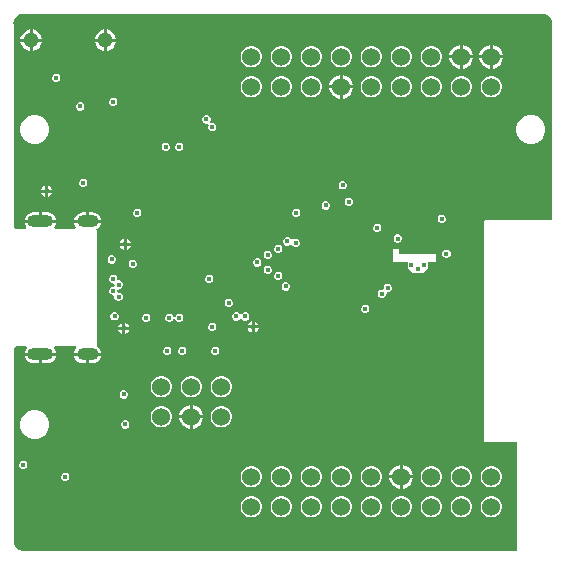
<source format=gbr>
%TF.GenerationSoftware,Altium Limited,Altium Designer Develop,26.0.0 (27)*%
G04 Layer_Physical_Order=3*
G04 Layer_Color=16440176*
%FSLAX45Y45*%
%MOMM*%
%TF.SameCoordinates,D5E2BA32-6F81-40A5-AA13-F30F529DFF44*%
%TF.FilePolarity,Positive*%
%TF.FileFunction,Copper,L3,Inr,Signal*%
%TF.Part,Single*%
G01*
G75*
%TA.AperFunction,ComponentPad*%
%ADD54C,0.45000*%
%ADD55C,1.30000*%
G04:AMPARAMS|DCode=56|XSize=1mm|YSize=1.8mm|CornerRadius=0.5mm|HoleSize=0mm|Usage=FLASHONLY|Rotation=270.000|XOffset=0mm|YOffset=0mm|HoleType=Round|Shape=RoundedRectangle|*
%AMROUNDEDRECTD56*
21,1,1.00000,0.80000,0,0,270.0*
21,1,0.00000,1.80000,0,0,270.0*
1,1,1.00000,-0.40000,0.00000*
1,1,1.00000,-0.40000,0.00000*
1,1,1.00000,0.40000,0.00000*
1,1,1.00000,0.40000,0.00000*
%
%ADD56ROUNDEDRECTD56*%
G04:AMPARAMS|DCode=57|XSize=1mm|YSize=2.2mm|CornerRadius=0.5mm|HoleSize=0mm|Usage=FLASHONLY|Rotation=270.000|XOffset=0mm|YOffset=0mm|HoleType=Round|Shape=RoundedRectangle|*
%AMROUNDEDRECTD57*
21,1,1.00000,1.20000,0,0,270.0*
21,1,0.00000,2.20000,0,0,270.0*
1,1,1.00000,-0.60000,0.00000*
1,1,1.00000,-0.60000,0.00000*
1,1,1.00000,0.60000,0.00000*
1,1,1.00000,0.60000,0.00000*
%
%ADD57ROUNDEDRECTD57*%
%TA.AperFunction,ViaPad*%
%ADD58C,0.45000*%
%ADD59C,0.50000*%
%TA.AperFunction,ComponentPad*%
%ADD60C,1.52400*%
G36*
X4500000Y4480897D02*
X4507968D01*
X4523596Y4477788D01*
X4538319Y4471690D01*
X4551568Y4462837D01*
X4562837Y4451568D01*
X4571690Y4438320D01*
X4577788Y4423595D01*
X4580897Y4407968D01*
X4580897Y4400000D01*
X4580895Y2731546D01*
X4013200D01*
X4003480Y2727520D01*
X3999454Y2717800D01*
Y1755156D01*
X3999136Y1754388D01*
Y865388D01*
X4003162Y855668D01*
X4012882Y851642D01*
X4278854D01*
Y-65298D01*
X100000Y-65297D01*
X92108D01*
X76622Y-62247D01*
X62018Y-56260D01*
X48844Y-47564D01*
X37601Y-36487D01*
X28711Y-23444D01*
X22509Y-8931D01*
X19229Y6509D01*
X19114Y14247D01*
X19103Y1615079D01*
X19102Y1621739D01*
X21701Y1634801D01*
X26799Y1647109D01*
X34198Y1658183D01*
X38668Y1662654D01*
X124944D01*
X130337Y1647414D01*
X121138Y1635425D01*
X113541Y1617084D01*
X112621Y1610100D01*
X247000D01*
X381379D01*
X380459Y1617084D01*
X372862Y1635425D01*
X363663Y1647414D01*
X369056Y1662654D01*
X544944D01*
X550337Y1647414D01*
X541138Y1635425D01*
X533541Y1617084D01*
X532621Y1610100D01*
X647000D01*
X761379D01*
X760459Y1617084D01*
X752862Y1635425D01*
X740776Y1651176D01*
X725025Y1663262D01*
X724683Y1663404D01*
X720315Y1666680D01*
X724341Y1676400D01*
Y2644293D01*
X720466Y2653650D01*
X725025Y2655538D01*
X740776Y2667624D01*
X752862Y2683375D01*
X760459Y2701716D01*
X761378Y2708700D01*
X647000D01*
X532621D01*
X533541Y2701716D01*
X541138Y2683375D01*
X548884Y2673280D01*
X541664Y2658040D01*
X372336D01*
X365116Y2673280D01*
X372862Y2683375D01*
X380459Y2701716D01*
X381379Y2708699D01*
X247000D01*
X112621D01*
X113541Y2701716D01*
X121138Y2683375D01*
X128884Y2673280D01*
X121664Y2658040D01*
X35975D01*
X34426Y2659589D01*
X27283Y2670063D01*
X22212Y2681683D01*
X19376Y2694094D01*
X19103Y2700441D01*
X19102Y4389966D01*
X19007Y4390446D01*
X19079Y4390931D01*
X18679Y4399391D01*
X21194Y4416144D01*
X26928Y4432086D01*
X35661Y4446601D01*
X47059Y4459136D01*
X60682Y4469205D01*
X76007Y4476425D01*
X92447Y4480516D01*
X100482Y4480897D01*
X4500000Y4480897D01*
D02*
G37*
%LPC*%
G36*
X180301Y4346586D02*
Y4269100D01*
X257786D01*
X251839Y4291293D01*
X239938Y4311907D01*
X223107Y4328738D01*
X202493Y4340639D01*
X180301Y4346586D01*
D02*
G37*
G36*
X810299Y4346586D02*
Y4269100D01*
X887786D01*
X881839Y4291293D01*
X869938Y4311907D01*
X853107Y4328738D01*
X832493Y4340639D01*
X810299Y4346586D01*
D02*
G37*
G36*
X784899Y4346586D02*
X762707Y4340639D01*
X742093Y4328738D01*
X725262Y4311907D01*
X713361Y4291293D01*
X707414Y4269100D01*
X784899D01*
Y4346586D01*
D02*
G37*
G36*
X154901Y4346586D02*
X132707Y4340639D01*
X112093Y4328738D01*
X95262Y4311907D01*
X83361Y4291293D01*
X77414Y4269100D01*
X154901D01*
Y4346586D01*
D02*
G37*
G36*
X257786Y4243700D02*
X180301D01*
Y4166214D01*
X202493Y4172161D01*
X223107Y4184062D01*
X239938Y4200893D01*
X251839Y4221507D01*
X257786Y4243700D01*
D02*
G37*
G36*
X784899D02*
X707414D01*
X713361Y4221507D01*
X725262Y4200893D01*
X742093Y4184062D01*
X762707Y4172161D01*
X784899Y4166214D01*
Y4243700D01*
D02*
G37*
G36*
X887786D02*
X810299D01*
Y4166214D01*
X832493Y4172161D01*
X853107Y4184062D01*
X869938Y4200893D01*
X881839Y4221507D01*
X887786Y4243700D01*
D02*
G37*
G36*
X154901D02*
X77414D01*
X83361Y4221507D01*
X95262Y4200893D01*
X112093Y4184062D01*
X132707Y4172161D01*
X154901Y4166214D01*
Y4243700D01*
D02*
G37*
G36*
X4077376Y4216400D02*
X4076700D01*
Y4127500D01*
X4165600D01*
Y4128176D01*
X4158676Y4154016D01*
X4145300Y4177184D01*
X4126384Y4196100D01*
X4103216Y4209476D01*
X4077376Y4216400D01*
D02*
G37*
G36*
X3823376D02*
X3822700D01*
Y4127500D01*
X3911600D01*
Y4128176D01*
X3904676Y4154016D01*
X3891300Y4177184D01*
X3872384Y4196100D01*
X3849216Y4209476D01*
X3823376Y4216400D01*
D02*
G37*
G36*
X3797300D02*
X3796624D01*
X3770784Y4209476D01*
X3747616Y4196100D01*
X3728700Y4177184D01*
X3715324Y4154016D01*
X3708400Y4128176D01*
Y4127500D01*
X3797300D01*
Y4216400D01*
D02*
G37*
G36*
X4051300D02*
X4050624D01*
X4024784Y4209476D01*
X4001616Y4196100D01*
X3982700Y4177184D01*
X3969324Y4154016D01*
X3962400Y4128176D01*
Y4127500D01*
X4051300D01*
Y4216400D01*
D02*
G37*
G36*
X3567704Y4203700D02*
X3544296D01*
X3521686Y4197642D01*
X3501414Y4185938D01*
X3484862Y4169386D01*
X3473158Y4149114D01*
X3467100Y4126504D01*
Y4103096D01*
X3473158Y4080486D01*
X3484862Y4060214D01*
X3501414Y4043662D01*
X3521686Y4031958D01*
X3544296Y4025900D01*
X3567704D01*
X3590314Y4031958D01*
X3610586Y4043662D01*
X3627138Y4060214D01*
X3638842Y4080486D01*
X3644900Y4103096D01*
Y4126504D01*
X3638842Y4149114D01*
X3627138Y4169386D01*
X3610586Y4185938D01*
X3590314Y4197642D01*
X3567704Y4203700D01*
D02*
G37*
G36*
X3313704D02*
X3290296D01*
X3267686Y4197642D01*
X3247414Y4185938D01*
X3230862Y4169386D01*
X3219158Y4149114D01*
X3213100Y4126504D01*
Y4103096D01*
X3219158Y4080486D01*
X3230862Y4060214D01*
X3247414Y4043662D01*
X3267686Y4031958D01*
X3290296Y4025900D01*
X3313704D01*
X3336314Y4031958D01*
X3356586Y4043662D01*
X3373138Y4060214D01*
X3384842Y4080486D01*
X3390900Y4103096D01*
Y4126504D01*
X3384842Y4149114D01*
X3373138Y4169386D01*
X3356586Y4185938D01*
X3336314Y4197642D01*
X3313704Y4203700D01*
D02*
G37*
G36*
X3059704D02*
X3036296D01*
X3013686Y4197642D01*
X2993414Y4185938D01*
X2976862Y4169386D01*
X2965158Y4149114D01*
X2959100Y4126504D01*
Y4103096D01*
X2965158Y4080486D01*
X2976862Y4060214D01*
X2993414Y4043662D01*
X3013686Y4031958D01*
X3036296Y4025900D01*
X3059704D01*
X3082314Y4031958D01*
X3102586Y4043662D01*
X3119138Y4060214D01*
X3130842Y4080486D01*
X3136900Y4103096D01*
Y4126504D01*
X3130842Y4149114D01*
X3119138Y4169386D01*
X3102586Y4185938D01*
X3082314Y4197642D01*
X3059704Y4203700D01*
D02*
G37*
G36*
X2805704D02*
X2782296D01*
X2759686Y4197642D01*
X2739414Y4185938D01*
X2722862Y4169386D01*
X2711158Y4149114D01*
X2705100Y4126504D01*
Y4103096D01*
X2711158Y4080486D01*
X2722862Y4060214D01*
X2739414Y4043662D01*
X2759686Y4031958D01*
X2782296Y4025900D01*
X2805704D01*
X2828314Y4031958D01*
X2848586Y4043662D01*
X2865138Y4060214D01*
X2876842Y4080486D01*
X2882900Y4103096D01*
Y4126504D01*
X2876842Y4149114D01*
X2865138Y4169386D01*
X2848586Y4185938D01*
X2828314Y4197642D01*
X2805704Y4203700D01*
D02*
G37*
G36*
X2551704D02*
X2528296D01*
X2505686Y4197642D01*
X2485414Y4185938D01*
X2468862Y4169386D01*
X2457158Y4149114D01*
X2451100Y4126504D01*
Y4103096D01*
X2457158Y4080486D01*
X2468862Y4060214D01*
X2485414Y4043662D01*
X2505686Y4031958D01*
X2528296Y4025900D01*
X2551704D01*
X2574314Y4031958D01*
X2594586Y4043662D01*
X2611138Y4060214D01*
X2622842Y4080486D01*
X2628900Y4103096D01*
Y4126504D01*
X2622842Y4149114D01*
X2611138Y4169386D01*
X2594586Y4185938D01*
X2574314Y4197642D01*
X2551704Y4203700D01*
D02*
G37*
G36*
X2297704D02*
X2274296D01*
X2251686Y4197642D01*
X2231414Y4185938D01*
X2214862Y4169386D01*
X2203158Y4149114D01*
X2197100Y4126504D01*
Y4103096D01*
X2203158Y4080486D01*
X2214862Y4060214D01*
X2231414Y4043662D01*
X2251686Y4031958D01*
X2274296Y4025900D01*
X2297704D01*
X2320314Y4031958D01*
X2340586Y4043662D01*
X2357138Y4060214D01*
X2368842Y4080486D01*
X2374900Y4103096D01*
Y4126504D01*
X2368842Y4149114D01*
X2357138Y4169386D01*
X2340586Y4185938D01*
X2320314Y4197642D01*
X2297704Y4203700D01*
D02*
G37*
G36*
X2043704D02*
X2020296D01*
X1997686Y4197642D01*
X1977414Y4185938D01*
X1960862Y4169386D01*
X1949158Y4149114D01*
X1943100Y4126504D01*
Y4103096D01*
X1949158Y4080486D01*
X1960862Y4060214D01*
X1977414Y4043662D01*
X1997686Y4031958D01*
X2020296Y4025900D01*
X2043704D01*
X2066314Y4031958D01*
X2086586Y4043662D01*
X2103138Y4060214D01*
X2114842Y4080486D01*
X2120900Y4103096D01*
Y4126504D01*
X2114842Y4149114D01*
X2103138Y4169386D01*
X2086586Y4185938D01*
X2066314Y4197642D01*
X2043704Y4203700D01*
D02*
G37*
G36*
X4165600Y4102100D02*
X4076700D01*
Y4013200D01*
X4077376D01*
X4103216Y4020124D01*
X4126384Y4033500D01*
X4145300Y4052416D01*
X4158676Y4075584D01*
X4165600Y4101424D01*
Y4102100D01*
D02*
G37*
G36*
X4051300D02*
X3962400D01*
Y4101424D01*
X3969324Y4075584D01*
X3982700Y4052416D01*
X4001616Y4033500D01*
X4024784Y4020124D01*
X4050624Y4013200D01*
X4051300D01*
Y4102100D01*
D02*
G37*
G36*
X3911600D02*
X3822700D01*
Y4013200D01*
X3823376D01*
X3849216Y4020124D01*
X3872384Y4033500D01*
X3891300Y4052416D01*
X3904676Y4075584D01*
X3911600Y4101424D01*
Y4102100D01*
D02*
G37*
G36*
X3797300D02*
X3708400D01*
Y4101424D01*
X3715324Y4075584D01*
X3728700Y4052416D01*
X3747616Y4033500D01*
X3770784Y4020124D01*
X3796624Y4013200D01*
X3797300D01*
Y4102100D01*
D02*
G37*
G36*
X388002Y3972200D02*
X373998D01*
X361061Y3966841D01*
X351159Y3956939D01*
X345800Y3944002D01*
Y3929998D01*
X351159Y3917061D01*
X361061Y3907159D01*
X373998Y3901800D01*
X388002D01*
X400939Y3907159D01*
X410841Y3917061D01*
X416200Y3929998D01*
Y3944002D01*
X410841Y3956939D01*
X400939Y3966841D01*
X388002Y3972200D01*
D02*
G37*
G36*
X2807376Y3962400D02*
X2806700D01*
Y3873500D01*
X2895600D01*
Y3874176D01*
X2888676Y3900016D01*
X2875300Y3923184D01*
X2856384Y3942100D01*
X2833216Y3955476D01*
X2807376Y3962400D01*
D02*
G37*
G36*
X2781300D02*
X2780624D01*
X2754784Y3955476D01*
X2731616Y3942100D01*
X2712700Y3923184D01*
X2699324Y3900016D01*
X2692400Y3874176D01*
Y3873500D01*
X2781300D01*
Y3962400D01*
D02*
G37*
G36*
X4075704Y3949700D02*
X4052296D01*
X4029686Y3943642D01*
X4009414Y3931938D01*
X3992862Y3915386D01*
X3981158Y3895114D01*
X3975100Y3872504D01*
Y3849096D01*
X3981158Y3826486D01*
X3992862Y3806214D01*
X4009414Y3789662D01*
X4029686Y3777958D01*
X4052296Y3771900D01*
X4075704D01*
X4098314Y3777958D01*
X4118586Y3789662D01*
X4135138Y3806214D01*
X4146842Y3826486D01*
X4152900Y3849096D01*
Y3872504D01*
X4146842Y3895114D01*
X4135138Y3915386D01*
X4118586Y3931938D01*
X4098314Y3943642D01*
X4075704Y3949700D01*
D02*
G37*
G36*
X3821704D02*
X3798296D01*
X3775686Y3943642D01*
X3755414Y3931938D01*
X3738862Y3915386D01*
X3727158Y3895114D01*
X3721100Y3872504D01*
Y3849096D01*
X3727158Y3826486D01*
X3738862Y3806214D01*
X3755414Y3789662D01*
X3775686Y3777958D01*
X3798296Y3771900D01*
X3821704D01*
X3844314Y3777958D01*
X3864586Y3789662D01*
X3881138Y3806214D01*
X3892842Y3826486D01*
X3898900Y3849096D01*
Y3872504D01*
X3892842Y3895114D01*
X3881138Y3915386D01*
X3864586Y3931938D01*
X3844314Y3943642D01*
X3821704Y3949700D01*
D02*
G37*
G36*
X3567704D02*
X3544296D01*
X3521686Y3943642D01*
X3501414Y3931938D01*
X3484862Y3915386D01*
X3473158Y3895114D01*
X3467100Y3872504D01*
Y3849096D01*
X3473158Y3826486D01*
X3484862Y3806214D01*
X3501414Y3789662D01*
X3521686Y3777958D01*
X3544296Y3771900D01*
X3567704D01*
X3590314Y3777958D01*
X3610586Y3789662D01*
X3627138Y3806214D01*
X3638842Y3826486D01*
X3644900Y3849096D01*
Y3872504D01*
X3638842Y3895114D01*
X3627138Y3915386D01*
X3610586Y3931938D01*
X3590314Y3943642D01*
X3567704Y3949700D01*
D02*
G37*
G36*
X3313704D02*
X3290296D01*
X3267686Y3943642D01*
X3247414Y3931938D01*
X3230862Y3915386D01*
X3219158Y3895114D01*
X3213100Y3872504D01*
Y3849096D01*
X3219158Y3826486D01*
X3230862Y3806214D01*
X3247414Y3789662D01*
X3267686Y3777958D01*
X3290296Y3771900D01*
X3313704D01*
X3336314Y3777958D01*
X3356586Y3789662D01*
X3373138Y3806214D01*
X3384842Y3826486D01*
X3390900Y3849096D01*
Y3872504D01*
X3384842Y3895114D01*
X3373138Y3915386D01*
X3356586Y3931938D01*
X3336314Y3943642D01*
X3313704Y3949700D01*
D02*
G37*
G36*
X3059704D02*
X3036296D01*
X3013686Y3943642D01*
X2993414Y3931938D01*
X2976862Y3915386D01*
X2965158Y3895114D01*
X2959100Y3872504D01*
Y3849096D01*
X2965158Y3826486D01*
X2976862Y3806214D01*
X2993414Y3789662D01*
X3013686Y3777958D01*
X3036296Y3771900D01*
X3059704D01*
X3082314Y3777958D01*
X3102586Y3789662D01*
X3119138Y3806214D01*
X3130842Y3826486D01*
X3136900Y3849096D01*
Y3872504D01*
X3130842Y3895114D01*
X3119138Y3915386D01*
X3102586Y3931938D01*
X3082314Y3943642D01*
X3059704Y3949700D01*
D02*
G37*
G36*
X2551704D02*
X2528296D01*
X2505686Y3943642D01*
X2485414Y3931938D01*
X2468862Y3915386D01*
X2457158Y3895114D01*
X2451100Y3872504D01*
Y3849096D01*
X2457158Y3826486D01*
X2468862Y3806214D01*
X2485414Y3789662D01*
X2505686Y3777958D01*
X2528296Y3771900D01*
X2551704D01*
X2574314Y3777958D01*
X2594586Y3789662D01*
X2611138Y3806214D01*
X2622842Y3826486D01*
X2628900Y3849096D01*
Y3872504D01*
X2622842Y3895114D01*
X2611138Y3915386D01*
X2594586Y3931938D01*
X2574314Y3943642D01*
X2551704Y3949700D01*
D02*
G37*
G36*
X2297704D02*
X2274296D01*
X2251686Y3943642D01*
X2231414Y3931938D01*
X2214862Y3915386D01*
X2203158Y3895114D01*
X2197100Y3872504D01*
Y3849096D01*
X2203158Y3826486D01*
X2214862Y3806214D01*
X2231414Y3789662D01*
X2251686Y3777958D01*
X2274296Y3771900D01*
X2297704D01*
X2320314Y3777958D01*
X2340586Y3789662D01*
X2357138Y3806214D01*
X2368842Y3826486D01*
X2374900Y3849096D01*
Y3872504D01*
X2368842Y3895114D01*
X2357138Y3915386D01*
X2340586Y3931938D01*
X2320314Y3943642D01*
X2297704Y3949700D01*
D02*
G37*
G36*
X2043704D02*
X2020296D01*
X1997686Y3943642D01*
X1977414Y3931938D01*
X1960862Y3915386D01*
X1949158Y3895114D01*
X1943100Y3872504D01*
Y3849096D01*
X1949158Y3826486D01*
X1960862Y3806214D01*
X1977414Y3789662D01*
X1997686Y3777958D01*
X2020296Y3771900D01*
X2043704D01*
X2066314Y3777958D01*
X2086586Y3789662D01*
X2103138Y3806214D01*
X2114842Y3826486D01*
X2120900Y3849096D01*
Y3872504D01*
X2114842Y3895114D01*
X2103138Y3915386D01*
X2086586Y3931938D01*
X2066314Y3943642D01*
X2043704Y3949700D01*
D02*
G37*
G36*
X2895600Y3848100D02*
X2806700D01*
Y3759200D01*
X2807376D01*
X2833216Y3766124D01*
X2856384Y3779500D01*
X2875300Y3798416D01*
X2888676Y3821584D01*
X2895600Y3847424D01*
Y3848100D01*
D02*
G37*
G36*
X2781300D02*
X2692400D01*
Y3847424D01*
X2699324Y3821584D01*
X2712700Y3798416D01*
X2731616Y3779500D01*
X2754784Y3766124D01*
X2780624Y3759200D01*
X2781300D01*
Y3848100D01*
D02*
G37*
G36*
X870602Y3769000D02*
X856598D01*
X843661Y3763641D01*
X833759Y3753739D01*
X828400Y3740802D01*
Y3726798D01*
X833759Y3713861D01*
X843661Y3703959D01*
X856598Y3698600D01*
X870602D01*
X883539Y3703959D01*
X893441Y3713861D01*
X898800Y3726798D01*
Y3740802D01*
X893441Y3753739D01*
X883539Y3763641D01*
X870602Y3769000D01*
D02*
G37*
G36*
X591202Y3730900D02*
X577198D01*
X564261Y3725541D01*
X554359Y3715639D01*
X549000Y3702702D01*
Y3688698D01*
X554359Y3675761D01*
X564261Y3665859D01*
X577198Y3660500D01*
X591202D01*
X604139Y3665859D01*
X614041Y3675761D01*
X619400Y3688698D01*
Y3702702D01*
X614041Y3715639D01*
X604139Y3725541D01*
X591202Y3730900D01*
D02*
G37*
G36*
X1658802Y3620429D02*
X1644798D01*
X1631861Y3615070D01*
X1621959Y3605168D01*
X1616600Y3592231D01*
Y3578228D01*
X1621959Y3565290D01*
X1631861Y3555388D01*
X1644798Y3550029D01*
X1658802D01*
X1660278Y3550641D01*
X1667882Y3542928D01*
X1670372Y3538326D01*
X1665619Y3526850D01*
Y3512847D01*
X1670978Y3499910D01*
X1680880Y3490008D01*
X1693817Y3484649D01*
X1707820D01*
X1720758Y3490008D01*
X1730659Y3499910D01*
X1736018Y3512847D01*
Y3526850D01*
X1730659Y3539788D01*
X1720758Y3549690D01*
X1707820Y3555049D01*
X1693817D01*
X1692340Y3554437D01*
X1684737Y3562150D01*
X1682246Y3566752D01*
X1687000Y3578228D01*
Y3592231D01*
X1681641Y3605168D01*
X1671739Y3615070D01*
X1658802Y3620429D01*
D02*
G37*
G36*
X4416154Y3622700D02*
X4383846D01*
X4352640Y3614338D01*
X4324661Y3598185D01*
X4301816Y3575340D01*
X4285662Y3547360D01*
X4277300Y3516154D01*
Y3483846D01*
X4285662Y3452640D01*
X4301816Y3424661D01*
X4324661Y3401816D01*
X4352640Y3385662D01*
X4383846Y3377300D01*
X4416154D01*
X4447360Y3385662D01*
X4475340Y3401816D01*
X4498185Y3424661D01*
X4514338Y3452640D01*
X4522700Y3483846D01*
Y3516154D01*
X4514338Y3547360D01*
X4498185Y3575340D01*
X4475340Y3598185D01*
X4447360Y3614338D01*
X4416154Y3622700D01*
D02*
G37*
G36*
X216154D02*
X183846D01*
X152640Y3614338D01*
X124661Y3598185D01*
X101816Y3575340D01*
X85662Y3547360D01*
X77300Y3516154D01*
Y3483846D01*
X85662Y3452640D01*
X101816Y3424661D01*
X124661Y3401816D01*
X152640Y3385662D01*
X183846Y3377300D01*
X216154D01*
X247360Y3385662D01*
X275340Y3401816D01*
X298185Y3424661D01*
X314338Y3452640D01*
X322700Y3483846D01*
Y3516154D01*
X314338Y3547360D01*
X298185Y3575340D01*
X275340Y3598185D01*
X247360Y3614338D01*
X216154Y3622700D01*
D02*
G37*
G36*
X1429402Y3388000D02*
X1415398D01*
X1402461Y3382641D01*
X1392559Y3372739D01*
X1387200Y3359802D01*
Y3345798D01*
X1392559Y3332861D01*
X1402461Y3322959D01*
X1415398Y3317600D01*
X1429402D01*
X1442339Y3322959D01*
X1452241Y3332861D01*
X1457600Y3345798D01*
Y3359802D01*
X1452241Y3372739D01*
X1442339Y3382641D01*
X1429402Y3388000D01*
D02*
G37*
G36*
X1315102D02*
X1301098D01*
X1288161Y3382641D01*
X1278259Y3372739D01*
X1272900Y3359802D01*
Y3345798D01*
X1278259Y3332861D01*
X1288161Y3322959D01*
X1301098Y3317600D01*
X1315102D01*
X1328039Y3322959D01*
X1337941Y3332861D01*
X1343300Y3345798D01*
Y3359802D01*
X1337941Y3372739D01*
X1328039Y3382641D01*
X1315102Y3388000D01*
D02*
G37*
G36*
X616602Y3083200D02*
X602598D01*
X589661Y3077841D01*
X579759Y3067939D01*
X574400Y3055002D01*
Y3040998D01*
X579759Y3028061D01*
X589661Y3018159D01*
X602598Y3012800D01*
X616602D01*
X629539Y3018159D01*
X639441Y3028061D01*
X644800Y3040998D01*
Y3055002D01*
X639441Y3067939D01*
X629539Y3077841D01*
X616602Y3083200D01*
D02*
G37*
G36*
X2813702Y3062880D02*
X2799698D01*
X2786761Y3057521D01*
X2776859Y3047619D01*
X2771500Y3034682D01*
Y3020678D01*
X2776859Y3007741D01*
X2786761Y2997839D01*
X2799698Y2992480D01*
X2813702D01*
X2826639Y2997839D01*
X2836541Y3007741D01*
X2841900Y3020678D01*
Y3034682D01*
X2836541Y3047619D01*
X2826639Y3057521D01*
X2813702Y3062880D01*
D02*
G37*
G36*
X312420Y3023466D02*
Y2989580D01*
X346306D01*
X340327Y3004013D01*
X326853Y3017487D01*
X312420Y3023466D01*
D02*
G37*
G36*
X287020D02*
X272587Y3017487D01*
X259113Y3004013D01*
X253134Y2989580D01*
X287020D01*
Y3023466D01*
D02*
G37*
G36*
X346306Y2964180D02*
X312420D01*
Y2930294D01*
X326853Y2936273D01*
X340327Y2949747D01*
X346306Y2964180D01*
D02*
G37*
G36*
X287020D02*
X253134D01*
X259113Y2949747D01*
X272587Y2936273D01*
X287020Y2930294D01*
Y2964180D01*
D02*
G37*
G36*
X2863950Y2922801D02*
X2849947D01*
X2837009Y2917442D01*
X2827107Y2907540D01*
X2821748Y2894603D01*
Y2880599D01*
X2827107Y2867662D01*
X2837009Y2857760D01*
X2849947Y2852401D01*
X2863950D01*
X2876887Y2857760D01*
X2886789Y2867662D01*
X2892148Y2880599D01*
Y2894603D01*
X2886789Y2907540D01*
X2876887Y2917442D01*
X2863950Y2922801D01*
D02*
G37*
G36*
X2669656Y2891885D02*
X2655652D01*
X2642715Y2886526D01*
X2632813Y2876624D01*
X2627454Y2863687D01*
Y2849683D01*
X2632813Y2836746D01*
X2642715Y2826844D01*
X2655652Y2821485D01*
X2669656D01*
X2682593Y2826844D01*
X2692495Y2836746D01*
X2697854Y2849683D01*
Y2863687D01*
X2692495Y2876624D01*
X2682593Y2886526D01*
X2669656Y2891885D01*
D02*
G37*
G36*
X2420002Y2829200D02*
X2405998D01*
X2393061Y2823841D01*
X2383159Y2813939D01*
X2377800Y2801002D01*
Y2786998D01*
X2383159Y2774061D01*
X2393061Y2764159D01*
X2405998Y2758800D01*
X2420002D01*
X2432939Y2764159D01*
X2442841Y2774061D01*
X2448200Y2786998D01*
Y2801002D01*
X2442841Y2813939D01*
X2432939Y2823841D01*
X2420002Y2829200D01*
D02*
G37*
G36*
X1073802D02*
X1059798D01*
X1046861Y2823841D01*
X1036959Y2813939D01*
X1031600Y2801002D01*
Y2786998D01*
X1036959Y2774061D01*
X1046861Y2764159D01*
X1059798Y2758800D01*
X1073802D01*
X1086739Y2764159D01*
X1096641Y2774061D01*
X1102000Y2786998D01*
Y2801002D01*
X1096641Y2813939D01*
X1086739Y2823841D01*
X1073802Y2829200D01*
D02*
G37*
G36*
X687000Y2797451D02*
X659700D01*
Y2734100D01*
X761379D01*
X760459Y2741083D01*
X752862Y2759425D01*
X740776Y2775176D01*
X725025Y2787262D01*
X706683Y2794859D01*
X687000Y2797451D01*
D02*
G37*
G36*
X634300D02*
X607000D01*
X587317Y2794859D01*
X568975Y2787262D01*
X553224Y2775176D01*
X541138Y2759425D01*
X533541Y2741083D01*
X532621Y2734100D01*
X634300D01*
Y2797451D01*
D02*
G37*
G36*
X307000D02*
X259700D01*
Y2734099D01*
X381379D01*
X380459Y2741083D01*
X372862Y2759425D01*
X360776Y2775176D01*
X345025Y2787262D01*
X326684Y2794859D01*
X307000Y2797451D01*
D02*
G37*
G36*
X234300D02*
X187000D01*
X167316Y2794859D01*
X148975Y2787262D01*
X133224Y2775176D01*
X121138Y2759425D01*
X113541Y2741083D01*
X112621Y2734099D01*
X234300D01*
Y2797451D01*
D02*
G37*
G36*
X3651902Y2778400D02*
X3637898D01*
X3624961Y2773041D01*
X3615059Y2763139D01*
X3609700Y2750202D01*
Y2736198D01*
X3615059Y2723261D01*
X3624961Y2713359D01*
X3637898Y2708000D01*
X3651902D01*
X3664839Y2713359D01*
X3674741Y2723261D01*
X3680100Y2736198D01*
Y2750202D01*
X3674741Y2763139D01*
X3664839Y2773041D01*
X3651902Y2778400D01*
D02*
G37*
G36*
X3105802Y2702200D02*
X3091798D01*
X3078861Y2696841D01*
X3068959Y2686939D01*
X3063600Y2674002D01*
Y2659998D01*
X3068959Y2647061D01*
X3078861Y2637159D01*
X3091798Y2631800D01*
X3105802D01*
X3118739Y2637159D01*
X3128641Y2647061D01*
X3134000Y2659998D01*
Y2674002D01*
X3128641Y2686939D01*
X3118739Y2696841D01*
X3105802Y2702200D01*
D02*
G37*
G36*
X977000Y2576658D02*
Y2542772D01*
X1010886D01*
X1004908Y2557205D01*
X991433Y2570679D01*
X977000Y2576658D01*
D02*
G37*
G36*
X951600D02*
X937167Y2570679D01*
X923693Y2557205D01*
X917714Y2542772D01*
X951600D01*
Y2576658D01*
D02*
G37*
G36*
X3278522Y2610760D02*
X3264518D01*
X3251581Y2605401D01*
X3241679Y2595499D01*
X3236320Y2582562D01*
Y2568558D01*
X3241679Y2555621D01*
X3251581Y2545719D01*
X3264518Y2540360D01*
X3278522D01*
X3291459Y2545719D01*
X3301361Y2555621D01*
X3306720Y2568558D01*
Y2582562D01*
X3301361Y2595499D01*
X3291459Y2605401D01*
X3278522Y2610760D01*
D02*
G37*
G36*
X2343802Y2587900D02*
X2329798D01*
X2316861Y2582541D01*
X2306959Y2572639D01*
X2301600Y2559702D01*
Y2545698D01*
X2306959Y2532761D01*
X2316861Y2522859D01*
X2329798Y2517500D01*
X2343802D01*
X2356739Y2522859D01*
X2360277Y2526398D01*
X2378009Y2523414D01*
X2379398Y2520061D01*
X2389300Y2510159D01*
X2402237Y2504800D01*
X2416241D01*
X2429178Y2510159D01*
X2439080Y2520061D01*
X2444439Y2532998D01*
Y2547002D01*
X2439080Y2559939D01*
X2429178Y2569841D01*
X2416241Y2575200D01*
X2402237D01*
X2389300Y2569841D01*
X2385762Y2566302D01*
X2368030Y2569286D01*
X2366641Y2572639D01*
X2356739Y2582541D01*
X2343802Y2587900D01*
D02*
G37*
G36*
X1010886Y2517372D02*
X977000D01*
Y2483486D01*
X991433Y2489464D01*
X1004908Y2502939D01*
X1010886Y2517372D01*
D02*
G37*
G36*
X951600D02*
X917714D01*
X923693Y2502939D01*
X937167Y2489464D01*
X951600Y2483486D01*
Y2517372D01*
D02*
G37*
G36*
X2267602Y2524400D02*
X2253598D01*
X2240661Y2519041D01*
X2230759Y2509139D01*
X2225400Y2496202D01*
Y2482198D01*
X2230759Y2469261D01*
X2240661Y2459359D01*
X2253598Y2454000D01*
X2267602D01*
X2280539Y2459359D01*
X2290441Y2469261D01*
X2295800Y2482198D01*
Y2496202D01*
X2290441Y2509139D01*
X2280539Y2519041D01*
X2267602Y2524400D01*
D02*
G37*
G36*
X3691820Y2482846D02*
X3677817D01*
X3664880Y2477487D01*
X3654978Y2467585D01*
X3649619Y2454648D01*
Y2440644D01*
X3654978Y2427707D01*
X3664880Y2417805D01*
X3677817Y2412446D01*
X3691820D01*
X3704758Y2417805D01*
X3714660Y2427707D01*
X3720018Y2440644D01*
Y2454648D01*
X3714660Y2467585D01*
X3704758Y2477487D01*
X3691820Y2482846D01*
D02*
G37*
G36*
X2178702Y2473600D02*
X2164698D01*
X2151761Y2468241D01*
X2141859Y2458339D01*
X2136500Y2445402D01*
Y2431398D01*
X2141859Y2418461D01*
X2151761Y2408559D01*
X2164698Y2403200D01*
X2178702D01*
X2191639Y2408559D01*
X2201541Y2418461D01*
X2206900Y2431398D01*
Y2445402D01*
X2201541Y2458339D01*
X2191639Y2468241D01*
X2178702Y2473600D01*
D02*
G37*
G36*
X857902Y2435500D02*
X843898D01*
X830961Y2430141D01*
X821059Y2420239D01*
X815700Y2407302D01*
Y2393298D01*
X821059Y2380361D01*
X830961Y2370459D01*
X843898Y2365100D01*
X857902D01*
X870839Y2370459D01*
X880741Y2380361D01*
X886100Y2393298D01*
Y2407302D01*
X880741Y2420239D01*
X870839Y2430141D01*
X857902Y2435500D01*
D02*
G37*
G36*
X2089979Y2409923D02*
X2075976D01*
X2063038Y2404564D01*
X2053136Y2394662D01*
X2047777Y2381724D01*
Y2367721D01*
X2053136Y2354784D01*
X2063038Y2344882D01*
X2075976Y2339523D01*
X2089979D01*
X2102916Y2344882D01*
X2112818Y2354784D01*
X2118177Y2367721D01*
Y2381724D01*
X2112818Y2394662D01*
X2102916Y2404564D01*
X2089979Y2409923D01*
D02*
G37*
G36*
X1035702Y2397400D02*
X1021698D01*
X1008761Y2392041D01*
X998859Y2382139D01*
X993500Y2369202D01*
Y2355198D01*
X998859Y2342261D01*
X1008761Y2332359D01*
X1021698Y2327000D01*
X1035702D01*
X1048639Y2332359D01*
X1058541Y2342261D01*
X1063900Y2355198D01*
Y2369202D01*
X1058541Y2382139D01*
X1048639Y2392041D01*
X1035702Y2397400D01*
D02*
G37*
G36*
X3286760Y2486660D02*
X3230880D01*
Y2377440D01*
X3355291D01*
Y2330038D01*
X3354743Y2329489D01*
X3402488Y2281743D01*
Y2280920D01*
X3482340D01*
X3529812Y2328392D01*
X3529921Y2377440D01*
X3596640D01*
Y2446020D01*
X3289300D01*
X3286760Y2448560D01*
Y2486660D01*
D02*
G37*
G36*
X2178702Y2346600D02*
X2164698D01*
X2151761Y2341241D01*
X2141859Y2331339D01*
X2136500Y2318402D01*
Y2304398D01*
X2141859Y2291461D01*
X2151761Y2281559D01*
X2164698Y2276200D01*
X2178702D01*
X2191639Y2281559D01*
X2201541Y2291461D01*
X2206900Y2304398D01*
Y2318402D01*
X2201541Y2331339D01*
X2191639Y2341241D01*
X2178702Y2346600D01*
D02*
G37*
G36*
X2267602Y2295800D02*
X2253598D01*
X2240661Y2290441D01*
X2230759Y2280539D01*
X2225400Y2267602D01*
Y2253598D01*
X2230759Y2240661D01*
X2240661Y2230759D01*
X2253598Y2225400D01*
X2267602D01*
X2280539Y2230759D01*
X2290441Y2240661D01*
X2295800Y2253598D01*
Y2267602D01*
X2290441Y2280539D01*
X2280539Y2290441D01*
X2267602Y2295800D01*
D02*
G37*
G36*
X1683402Y2270400D02*
X1669398D01*
X1656461Y2265041D01*
X1646559Y2255139D01*
X1641200Y2242202D01*
Y2228198D01*
X1646559Y2215261D01*
X1656461Y2205359D01*
X1669398Y2200000D01*
X1683402D01*
X1696339Y2205359D01*
X1706241Y2215261D01*
X1711600Y2228198D01*
Y2242202D01*
X1706241Y2255139D01*
X1696339Y2265041D01*
X1683402Y2270400D01*
D02*
G37*
G36*
X2331102Y2206900D02*
X2317098D01*
X2304161Y2201541D01*
X2294259Y2191639D01*
X2288900Y2178702D01*
Y2164698D01*
X2294259Y2151761D01*
X2304161Y2141859D01*
X2317098Y2136500D01*
X2331102D01*
X2344039Y2141859D01*
X2353941Y2151761D01*
X2359300Y2164698D01*
Y2178702D01*
X2353941Y2191639D01*
X2344039Y2201541D01*
X2331102Y2206900D01*
D02*
G37*
G36*
X3194702Y2194200D02*
X3180698D01*
X3167761Y2188841D01*
X3157859Y2178939D01*
X3152500Y2166002D01*
Y2156334D01*
X3147335Y2148565D01*
X3139566Y2143400D01*
X3129898D01*
X3116961Y2138041D01*
X3107059Y2128139D01*
X3101700Y2115202D01*
Y2101198D01*
X3107059Y2088261D01*
X3116961Y2078359D01*
X3129898Y2073000D01*
X3143902D01*
X3156839Y2078359D01*
X3166741Y2088261D01*
X3172100Y2101198D01*
Y2110866D01*
X3177265Y2118635D01*
X3185034Y2123800D01*
X3194702D01*
X3207639Y2129159D01*
X3217541Y2139061D01*
X3222900Y2151998D01*
Y2166002D01*
X3217541Y2178939D01*
X3207639Y2188841D01*
X3194702Y2194200D01*
D02*
G37*
G36*
X870602Y2270400D02*
X856598D01*
X843661Y2265041D01*
X833759Y2255139D01*
X828400Y2242202D01*
Y2228198D01*
X833759Y2215261D01*
X843661Y2205359D01*
X856598Y2200000D01*
X861849D01*
X872435Y2194780D01*
X875547Y2185920D01*
Y2182224D01*
X874233Y2178017D01*
X863648Y2168145D01*
X857145D01*
X844208Y2162786D01*
X834306Y2152884D01*
X828947Y2139946D01*
Y2125943D01*
X834306Y2113006D01*
X844208Y2103104D01*
X857145Y2097745D01*
X860396D01*
X872409Y2090929D01*
X873753Y2083665D01*
Y2076163D01*
X879112Y2063226D01*
X889014Y2053324D01*
X901951Y2047965D01*
X915954D01*
X928892Y2053324D01*
X938794Y2063226D01*
X944153Y2076163D01*
Y2090167D01*
X938794Y2103104D01*
X928892Y2113006D01*
X915954Y2118365D01*
X912704D01*
X900690Y2125181D01*
X899347Y2132445D01*
Y2136964D01*
X900661Y2141172D01*
X911246Y2151044D01*
X917749D01*
X930686Y2156403D01*
X940588Y2166305D01*
X945947Y2179243D01*
Y2193246D01*
X940588Y2206183D01*
X930686Y2216085D01*
X917749Y2221444D01*
X912498D01*
X901912Y2226664D01*
X898800Y2235524D01*
Y2242202D01*
X893441Y2255139D01*
X883539Y2265041D01*
X870602Y2270400D01*
D02*
G37*
G36*
X1848502Y2067200D02*
X1834498D01*
X1821561Y2061841D01*
X1811659Y2051939D01*
X1806300Y2039002D01*
Y2024998D01*
X1811659Y2012061D01*
X1821561Y2002159D01*
X1834498Y1996800D01*
X1848502D01*
X1861439Y2002159D01*
X1871341Y2012061D01*
X1876700Y2024998D01*
Y2039002D01*
X1871341Y2051939D01*
X1861439Y2061841D01*
X1848502Y2067200D01*
D02*
G37*
G36*
X3004202Y2016400D02*
X2990198D01*
X2977261Y2011041D01*
X2967359Y2001139D01*
X2962000Y1988202D01*
Y1974198D01*
X2967359Y1961261D01*
X2977261Y1951359D01*
X2990198Y1946000D01*
X3004202D01*
X3017139Y1951359D01*
X3027041Y1961261D01*
X3032400Y1974198D01*
Y1988202D01*
X3027041Y2001139D01*
X3017139Y2011041D01*
X3004202Y2016400D01*
D02*
G37*
G36*
X1988202Y1952900D02*
X1974198D01*
X1961261Y1947541D01*
X1951359Y1937639D01*
X1951348Y1937612D01*
X1934852D01*
X1934841Y1937639D01*
X1924939Y1947541D01*
X1912002Y1952900D01*
X1897998D01*
X1885061Y1947541D01*
X1875159Y1937639D01*
X1869800Y1924702D01*
Y1910698D01*
X1875159Y1897761D01*
X1885061Y1887859D01*
X1897998Y1882500D01*
X1912002D01*
X1924939Y1887859D01*
X1934841Y1897761D01*
X1934852Y1897788D01*
X1951348D01*
X1951359Y1897761D01*
X1961261Y1887859D01*
X1974198Y1882500D01*
X1988202D01*
X2001139Y1887859D01*
X2011041Y1897761D01*
X2016400Y1910698D01*
Y1924702D01*
X2011041Y1937639D01*
X2001139Y1947541D01*
X1988202Y1952900D01*
D02*
G37*
G36*
X1429402Y1940200D02*
X1415398D01*
X1402461Y1934841D01*
X1392559Y1924939D01*
X1388580Y1915332D01*
X1373120D01*
X1369141Y1924939D01*
X1359239Y1934841D01*
X1346302Y1940200D01*
X1332298D01*
X1319361Y1934841D01*
X1309459Y1924939D01*
X1304100Y1912002D01*
Y1897998D01*
X1309459Y1885061D01*
X1319361Y1875159D01*
X1332298Y1869800D01*
X1346302D01*
X1359239Y1875159D01*
X1369141Y1885061D01*
X1373120Y1894668D01*
X1388580D01*
X1392559Y1885061D01*
X1402461Y1875159D01*
X1415398Y1869800D01*
X1429402D01*
X1442339Y1875159D01*
X1452241Y1885061D01*
X1457600Y1897998D01*
Y1912002D01*
X1452241Y1924939D01*
X1442339Y1934841D01*
X1429402Y1940200D01*
D02*
G37*
G36*
X881602Y1954600D02*
X867598D01*
X854661Y1949241D01*
X844759Y1939339D01*
X839400Y1926402D01*
Y1912398D01*
X844759Y1899461D01*
X854661Y1889559D01*
X867598Y1884200D01*
X881602D01*
X894539Y1889559D01*
X904441Y1899461D01*
X909800Y1912398D01*
Y1926402D01*
X904441Y1939339D01*
X894539Y1949241D01*
X881602Y1954600D01*
D02*
G37*
G36*
X1150002Y1940200D02*
X1135998D01*
X1123061Y1934841D01*
X1113159Y1924939D01*
X1107800Y1912002D01*
Y1897998D01*
X1113159Y1885061D01*
X1123061Y1875159D01*
X1135998Y1869800D01*
X1150002D01*
X1162939Y1875159D01*
X1172841Y1885061D01*
X1178200Y1897998D01*
Y1912002D01*
X1172841Y1924939D01*
X1162939Y1934841D01*
X1150002Y1940200D01*
D02*
G37*
G36*
X2061730Y1876083D02*
Y1842197D01*
X2095616D01*
X2089637Y1856631D01*
X2076163Y1870105D01*
X2061730Y1876083D01*
D02*
G37*
G36*
X2036330D02*
X2021897Y1870105D01*
X2008422Y1856631D01*
X2002444Y1842197D01*
X2036330D01*
Y1876083D01*
D02*
G37*
G36*
X965200Y1862686D02*
Y1828800D01*
X999086D01*
X993107Y1843233D01*
X979633Y1856707D01*
X965200Y1862686D01*
D02*
G37*
G36*
X939800D02*
X925367Y1856707D01*
X911893Y1843233D01*
X905914Y1828800D01*
X939800D01*
Y1862686D01*
D02*
G37*
G36*
X1708802Y1864000D02*
X1694798D01*
X1681861Y1858641D01*
X1671959Y1848739D01*
X1666600Y1835802D01*
Y1821798D01*
X1671959Y1808861D01*
X1681861Y1798959D01*
X1694798Y1793600D01*
X1708802D01*
X1721739Y1798959D01*
X1731641Y1808861D01*
X1737000Y1821798D01*
Y1835802D01*
X1731641Y1848739D01*
X1721739Y1858641D01*
X1708802Y1864000D01*
D02*
G37*
G36*
X2095616Y1816797D02*
X2061730D01*
Y1782912D01*
X2076163Y1788890D01*
X2089637Y1802364D01*
X2095616Y1816797D01*
D02*
G37*
G36*
X2036330D02*
X2002444D01*
X2008422Y1802364D01*
X2021897Y1788890D01*
X2036330Y1782912D01*
Y1816797D01*
D02*
G37*
G36*
X999086Y1803400D02*
X965200D01*
Y1769514D01*
X979633Y1775493D01*
X993107Y1788967D01*
X999086Y1803400D01*
D02*
G37*
G36*
X939800D02*
X905914D01*
X911893Y1788967D01*
X925367Y1775493D01*
X939800Y1769514D01*
Y1803400D01*
D02*
G37*
G36*
X1734202Y1660800D02*
X1720198D01*
X1707261Y1655441D01*
X1697359Y1645539D01*
X1692000Y1632602D01*
Y1618598D01*
X1697359Y1605661D01*
X1707261Y1595759D01*
X1720198Y1590400D01*
X1734202D01*
X1747139Y1595759D01*
X1757041Y1605661D01*
X1762400Y1618598D01*
Y1632602D01*
X1757041Y1645539D01*
X1747139Y1655441D01*
X1734202Y1660800D01*
D02*
G37*
G36*
X1454802D02*
X1440798D01*
X1427861Y1655441D01*
X1417959Y1645539D01*
X1412600Y1632602D01*
Y1618598D01*
X1417959Y1605661D01*
X1427861Y1595759D01*
X1440798Y1590400D01*
X1454802D01*
X1467739Y1595759D01*
X1477641Y1605661D01*
X1483000Y1618598D01*
Y1632602D01*
X1477641Y1645539D01*
X1467739Y1655441D01*
X1454802Y1660800D01*
D02*
G37*
G36*
X1327802D02*
X1313798D01*
X1300861Y1655441D01*
X1290959Y1645539D01*
X1285600Y1632602D01*
Y1618598D01*
X1290959Y1605661D01*
X1300861Y1595759D01*
X1313798Y1590400D01*
X1327802D01*
X1340739Y1595759D01*
X1350641Y1605661D01*
X1356000Y1618598D01*
Y1632602D01*
X1350641Y1645539D01*
X1340739Y1655441D01*
X1327802Y1660800D01*
D02*
G37*
G36*
X761378Y1584700D02*
X659700D01*
Y1521350D01*
X687000D01*
X706683Y1523941D01*
X725025Y1531538D01*
X740776Y1543624D01*
X752862Y1559375D01*
X760459Y1577717D01*
X761378Y1584700D01*
D02*
G37*
G36*
X634300D02*
X532621D01*
X533541Y1577717D01*
X541138Y1559375D01*
X553224Y1543624D01*
X568975Y1531538D01*
X587317Y1523941D01*
X607000Y1521350D01*
X634300D01*
Y1584700D01*
D02*
G37*
G36*
X381379Y1584700D02*
X259700D01*
Y1521350D01*
X307000D01*
X326684Y1523941D01*
X345025Y1531538D01*
X360776Y1543624D01*
X372862Y1559375D01*
X380459Y1577717D01*
X381379Y1584700D01*
D02*
G37*
G36*
X234300D02*
X112621D01*
X113541Y1577717D01*
X121138Y1559375D01*
X133224Y1543624D01*
X148975Y1531538D01*
X167316Y1523941D01*
X187000Y1521350D01*
X234300D01*
Y1584700D01*
D02*
G37*
G36*
X1789704Y1409700D02*
X1766296D01*
X1743686Y1403642D01*
X1723414Y1391938D01*
X1706862Y1375386D01*
X1695158Y1355114D01*
X1689100Y1332504D01*
Y1309096D01*
X1695158Y1286486D01*
X1706862Y1266214D01*
X1723414Y1249662D01*
X1743686Y1237958D01*
X1766296Y1231900D01*
X1789704D01*
X1812314Y1237958D01*
X1832586Y1249662D01*
X1849138Y1266214D01*
X1860842Y1286486D01*
X1866900Y1309096D01*
Y1332504D01*
X1860842Y1355114D01*
X1849138Y1375386D01*
X1832586Y1391938D01*
X1812314Y1403642D01*
X1789704Y1409700D01*
D02*
G37*
G36*
X1535704D02*
X1512296D01*
X1489686Y1403642D01*
X1469414Y1391938D01*
X1452862Y1375386D01*
X1441158Y1355114D01*
X1435100Y1332504D01*
Y1309096D01*
X1441158Y1286486D01*
X1452862Y1266214D01*
X1469414Y1249662D01*
X1489686Y1237958D01*
X1512296Y1231900D01*
X1535704D01*
X1558314Y1237958D01*
X1578586Y1249662D01*
X1595138Y1266214D01*
X1606842Y1286486D01*
X1612900Y1309096D01*
Y1332504D01*
X1606842Y1355114D01*
X1595138Y1375386D01*
X1578586Y1391938D01*
X1558314Y1403642D01*
X1535704Y1409700D01*
D02*
G37*
G36*
X1281704D02*
X1258296D01*
X1235686Y1403642D01*
X1215414Y1391938D01*
X1198862Y1375386D01*
X1187158Y1355114D01*
X1181100Y1332504D01*
Y1309096D01*
X1187158Y1286486D01*
X1198862Y1266214D01*
X1215414Y1249662D01*
X1235686Y1237958D01*
X1258296Y1231900D01*
X1281704D01*
X1304314Y1237958D01*
X1324586Y1249662D01*
X1341138Y1266214D01*
X1352842Y1286486D01*
X1358900Y1309096D01*
Y1332504D01*
X1352842Y1355114D01*
X1341138Y1375386D01*
X1324586Y1391938D01*
X1304314Y1403642D01*
X1281704Y1409700D01*
D02*
G37*
G36*
X959502Y1292500D02*
X945498D01*
X932561Y1287141D01*
X922659Y1277239D01*
X917300Y1264302D01*
Y1250298D01*
X922659Y1237361D01*
X932561Y1227459D01*
X945498Y1222100D01*
X959502D01*
X972439Y1227459D01*
X982341Y1237361D01*
X987700Y1250298D01*
Y1264302D01*
X982341Y1277239D01*
X972439Y1287141D01*
X959502Y1292500D01*
D02*
G37*
G36*
X1537376Y1168400D02*
X1536700D01*
Y1079500D01*
X1625600D01*
Y1080176D01*
X1618676Y1106016D01*
X1605300Y1129184D01*
X1586384Y1148100D01*
X1563216Y1161476D01*
X1537376Y1168400D01*
D02*
G37*
G36*
X1511300D02*
X1510624D01*
X1484784Y1161476D01*
X1461616Y1148100D01*
X1442700Y1129184D01*
X1429324Y1106016D01*
X1422400Y1080176D01*
Y1079500D01*
X1511300D01*
Y1168400D01*
D02*
G37*
G36*
X1789704Y1155700D02*
X1766296D01*
X1743686Y1149642D01*
X1723414Y1137938D01*
X1706862Y1121386D01*
X1695158Y1101114D01*
X1689100Y1078504D01*
Y1055096D01*
X1695158Y1032486D01*
X1706862Y1012214D01*
X1723414Y995662D01*
X1743686Y983958D01*
X1766296Y977900D01*
X1789704D01*
X1812314Y983958D01*
X1832586Y995662D01*
X1849138Y1012214D01*
X1860842Y1032486D01*
X1866900Y1055096D01*
Y1078504D01*
X1860842Y1101114D01*
X1849138Y1121386D01*
X1832586Y1137938D01*
X1812314Y1149642D01*
X1789704Y1155700D01*
D02*
G37*
G36*
X1281704D02*
X1258296D01*
X1235686Y1149642D01*
X1215414Y1137938D01*
X1198862Y1121386D01*
X1187158Y1101114D01*
X1181100Y1078504D01*
Y1055096D01*
X1187158Y1032486D01*
X1198862Y1012214D01*
X1215414Y995662D01*
X1235686Y983958D01*
X1258296Y977900D01*
X1281704D01*
X1304314Y983958D01*
X1324586Y995662D01*
X1341138Y1012214D01*
X1352842Y1032486D01*
X1358900Y1055096D01*
Y1078504D01*
X1352842Y1101114D01*
X1341138Y1121386D01*
X1324586Y1137938D01*
X1304314Y1149642D01*
X1281704Y1155700D01*
D02*
G37*
G36*
X972202Y1038500D02*
X958198D01*
X945261Y1033141D01*
X935359Y1023239D01*
X930000Y1010302D01*
Y996298D01*
X935359Y983361D01*
X945261Y973459D01*
X958198Y968100D01*
X972202D01*
X985139Y973459D01*
X995041Y983361D01*
X1000400Y996298D01*
Y1010302D01*
X995041Y1023239D01*
X985139Y1033141D01*
X972202Y1038500D01*
D02*
G37*
G36*
X1625600Y1054100D02*
X1536700D01*
Y965200D01*
X1537376D01*
X1563216Y972124D01*
X1586384Y985500D01*
X1605300Y1004416D01*
X1618676Y1027584D01*
X1625600Y1053424D01*
Y1054100D01*
D02*
G37*
G36*
X1511300D02*
X1422400D01*
Y1053424D01*
X1429324Y1027584D01*
X1442700Y1004416D01*
X1461616Y985500D01*
X1484784Y972124D01*
X1510624Y965200D01*
X1511300D01*
Y1054100D01*
D02*
G37*
G36*
X216154Y1122700D02*
X183846D01*
X152640Y1114338D01*
X124661Y1098184D01*
X101816Y1075339D01*
X85662Y1047360D01*
X77300Y1016154D01*
Y983846D01*
X85662Y952640D01*
X101816Y924661D01*
X124661Y901816D01*
X152640Y885662D01*
X183846Y877300D01*
X216154D01*
X247360Y885662D01*
X275340Y901816D01*
X298185Y924661D01*
X314338Y952640D01*
X322700Y983846D01*
Y1016154D01*
X314338Y1047360D01*
X298185Y1075339D01*
X275340Y1098184D01*
X247360Y1114338D01*
X216154Y1122700D01*
D02*
G37*
G36*
X108602Y695600D02*
X94598D01*
X81661Y690241D01*
X71759Y680339D01*
X66400Y667402D01*
Y653398D01*
X71759Y640461D01*
X81661Y630559D01*
X94598Y625200D01*
X108602D01*
X121539Y630559D01*
X131441Y640461D01*
X136800Y653398D01*
Y667402D01*
X131441Y680339D01*
X121539Y690241D01*
X108602Y695600D01*
D02*
G37*
G36*
X3315376Y660400D02*
X3314700D01*
Y571500D01*
X3403600D01*
Y572176D01*
X3396676Y598016D01*
X3383300Y621184D01*
X3364384Y640100D01*
X3341216Y653476D01*
X3315376Y660400D01*
D02*
G37*
G36*
X3289300D02*
X3288624D01*
X3262784Y653476D01*
X3239616Y640100D01*
X3220700Y621184D01*
X3207324Y598016D01*
X3200400Y572176D01*
Y571500D01*
X3289300D01*
Y660400D01*
D02*
G37*
G36*
X464202Y594000D02*
X450198D01*
X437261Y588641D01*
X427359Y578739D01*
X422000Y565802D01*
Y551798D01*
X427359Y538861D01*
X437261Y528959D01*
X450198Y523600D01*
X464202D01*
X477139Y528959D01*
X487041Y538861D01*
X492400Y551798D01*
Y565802D01*
X487041Y578739D01*
X477139Y588641D01*
X464202Y594000D01*
D02*
G37*
G36*
X4075704Y647700D02*
X4052296D01*
X4029686Y641642D01*
X4009414Y629938D01*
X3992862Y613386D01*
X3981158Y593114D01*
X3975100Y570504D01*
Y547096D01*
X3981158Y524486D01*
X3992862Y504214D01*
X4009414Y487662D01*
X4029686Y475958D01*
X4052296Y469900D01*
X4075704D01*
X4098314Y475958D01*
X4118586Y487662D01*
X4135138Y504214D01*
X4146842Y524486D01*
X4152900Y547096D01*
Y570504D01*
X4146842Y593114D01*
X4135138Y613386D01*
X4118586Y629938D01*
X4098314Y641642D01*
X4075704Y647700D01*
D02*
G37*
G36*
X3821704D02*
X3798296D01*
X3775686Y641642D01*
X3755414Y629938D01*
X3738862Y613386D01*
X3727158Y593114D01*
X3721100Y570504D01*
Y547096D01*
X3727158Y524486D01*
X3738862Y504214D01*
X3755414Y487662D01*
X3775686Y475958D01*
X3798296Y469900D01*
X3821704D01*
X3844314Y475958D01*
X3864586Y487662D01*
X3881138Y504214D01*
X3892842Y524486D01*
X3898900Y547096D01*
Y570504D01*
X3892842Y593114D01*
X3881138Y613386D01*
X3864586Y629938D01*
X3844314Y641642D01*
X3821704Y647700D01*
D02*
G37*
G36*
X3567704D02*
X3544296D01*
X3521686Y641642D01*
X3501414Y629938D01*
X3484862Y613386D01*
X3473158Y593114D01*
X3467100Y570504D01*
Y547096D01*
X3473158Y524486D01*
X3484862Y504214D01*
X3501414Y487662D01*
X3521686Y475958D01*
X3544296Y469900D01*
X3567704D01*
X3590314Y475958D01*
X3610586Y487662D01*
X3627138Y504214D01*
X3638842Y524486D01*
X3644900Y547096D01*
Y570504D01*
X3638842Y593114D01*
X3627138Y613386D01*
X3610586Y629938D01*
X3590314Y641642D01*
X3567704Y647700D01*
D02*
G37*
G36*
X3059704D02*
X3036296D01*
X3013686Y641642D01*
X2993414Y629938D01*
X2976862Y613386D01*
X2965158Y593114D01*
X2959100Y570504D01*
Y547096D01*
X2965158Y524486D01*
X2976862Y504214D01*
X2993414Y487662D01*
X3013686Y475958D01*
X3036296Y469900D01*
X3059704D01*
X3082314Y475958D01*
X3102586Y487662D01*
X3119138Y504214D01*
X3130842Y524486D01*
X3136900Y547096D01*
Y570504D01*
X3130842Y593114D01*
X3119138Y613386D01*
X3102586Y629938D01*
X3082314Y641642D01*
X3059704Y647700D01*
D02*
G37*
G36*
X2805704D02*
X2782296D01*
X2759686Y641642D01*
X2739414Y629938D01*
X2722862Y613386D01*
X2711158Y593114D01*
X2705100Y570504D01*
Y547096D01*
X2711158Y524486D01*
X2722862Y504214D01*
X2739414Y487662D01*
X2759686Y475958D01*
X2782296Y469900D01*
X2805704D01*
X2828314Y475958D01*
X2848586Y487662D01*
X2865138Y504214D01*
X2876842Y524486D01*
X2882900Y547096D01*
Y570504D01*
X2876842Y593114D01*
X2865138Y613386D01*
X2848586Y629938D01*
X2828314Y641642D01*
X2805704Y647700D01*
D02*
G37*
G36*
X2551704D02*
X2528296D01*
X2505686Y641642D01*
X2485414Y629938D01*
X2468862Y613386D01*
X2457158Y593114D01*
X2451100Y570504D01*
Y547096D01*
X2457158Y524486D01*
X2468862Y504214D01*
X2485414Y487662D01*
X2505686Y475958D01*
X2528296Y469900D01*
X2551704D01*
X2574314Y475958D01*
X2594586Y487662D01*
X2611138Y504214D01*
X2622842Y524486D01*
X2628900Y547096D01*
Y570504D01*
X2622842Y593114D01*
X2611138Y613386D01*
X2594586Y629938D01*
X2574314Y641642D01*
X2551704Y647700D01*
D02*
G37*
G36*
X2297704D02*
X2274296D01*
X2251686Y641642D01*
X2231414Y629938D01*
X2214862Y613386D01*
X2203158Y593114D01*
X2197100Y570504D01*
Y547096D01*
X2203158Y524486D01*
X2214862Y504214D01*
X2231414Y487662D01*
X2251686Y475958D01*
X2274296Y469900D01*
X2297704D01*
X2320314Y475958D01*
X2340586Y487662D01*
X2357138Y504214D01*
X2368842Y524486D01*
X2374900Y547096D01*
Y570504D01*
X2368842Y593114D01*
X2357138Y613386D01*
X2340586Y629938D01*
X2320314Y641642D01*
X2297704Y647700D01*
D02*
G37*
G36*
X2043704D02*
X2020296D01*
X1997686Y641642D01*
X1977414Y629938D01*
X1960862Y613386D01*
X1949158Y593114D01*
X1943100Y570504D01*
Y547096D01*
X1949158Y524486D01*
X1960862Y504214D01*
X1977414Y487662D01*
X1997686Y475958D01*
X2020296Y469900D01*
X2043704D01*
X2066314Y475958D01*
X2086586Y487662D01*
X2103138Y504214D01*
X2114842Y524486D01*
X2120900Y547096D01*
Y570504D01*
X2114842Y593114D01*
X2103138Y613386D01*
X2086586Y629938D01*
X2066314Y641642D01*
X2043704Y647700D01*
D02*
G37*
G36*
X3403600Y546100D02*
X3314700D01*
Y457200D01*
X3315376D01*
X3341216Y464124D01*
X3364384Y477500D01*
X3383300Y496416D01*
X3396676Y519584D01*
X3403600Y545424D01*
Y546100D01*
D02*
G37*
G36*
X3289300D02*
X3200400D01*
Y545424D01*
X3207324Y519584D01*
X3220700Y496416D01*
X3239616Y477500D01*
X3262784Y464124D01*
X3288624Y457200D01*
X3289300D01*
Y546100D01*
D02*
G37*
G36*
X4075704Y393700D02*
X4052296D01*
X4029686Y387642D01*
X4009414Y375938D01*
X3992862Y359386D01*
X3981158Y339114D01*
X3975100Y316504D01*
Y293096D01*
X3981158Y270486D01*
X3992862Y250214D01*
X4009414Y233662D01*
X4029686Y221958D01*
X4052296Y215900D01*
X4075704D01*
X4098314Y221958D01*
X4118586Y233662D01*
X4135138Y250214D01*
X4146842Y270486D01*
X4152900Y293096D01*
Y316504D01*
X4146842Y339114D01*
X4135138Y359386D01*
X4118586Y375938D01*
X4098314Y387642D01*
X4075704Y393700D01*
D02*
G37*
G36*
X3821704D02*
X3798296D01*
X3775686Y387642D01*
X3755414Y375938D01*
X3738862Y359386D01*
X3727158Y339114D01*
X3721100Y316504D01*
Y293096D01*
X3727158Y270486D01*
X3738862Y250214D01*
X3755414Y233662D01*
X3775686Y221958D01*
X3798296Y215900D01*
X3821704D01*
X3844314Y221958D01*
X3864586Y233662D01*
X3881138Y250214D01*
X3892842Y270486D01*
X3898900Y293096D01*
Y316504D01*
X3892842Y339114D01*
X3881138Y359386D01*
X3864586Y375938D01*
X3844314Y387642D01*
X3821704Y393700D01*
D02*
G37*
G36*
X3567704D02*
X3544296D01*
X3521686Y387642D01*
X3501414Y375938D01*
X3484862Y359386D01*
X3473158Y339114D01*
X3467100Y316504D01*
Y293096D01*
X3473158Y270486D01*
X3484862Y250214D01*
X3501414Y233662D01*
X3521686Y221958D01*
X3544296Y215900D01*
X3567704D01*
X3590314Y221958D01*
X3610586Y233662D01*
X3627138Y250214D01*
X3638842Y270486D01*
X3644900Y293096D01*
Y316504D01*
X3638842Y339114D01*
X3627138Y359386D01*
X3610586Y375938D01*
X3590314Y387642D01*
X3567704Y393700D01*
D02*
G37*
G36*
X3313704D02*
X3290296D01*
X3267686Y387642D01*
X3247414Y375938D01*
X3230862Y359386D01*
X3219158Y339114D01*
X3213100Y316504D01*
Y293096D01*
X3219158Y270486D01*
X3230862Y250214D01*
X3247414Y233662D01*
X3267686Y221958D01*
X3290296Y215900D01*
X3313704D01*
X3336314Y221958D01*
X3356586Y233662D01*
X3373138Y250214D01*
X3384842Y270486D01*
X3390900Y293096D01*
Y316504D01*
X3384842Y339114D01*
X3373138Y359386D01*
X3356586Y375938D01*
X3336314Y387642D01*
X3313704Y393700D01*
D02*
G37*
G36*
X3059704D02*
X3036296D01*
X3013686Y387642D01*
X2993414Y375938D01*
X2976862Y359386D01*
X2965158Y339114D01*
X2959100Y316504D01*
Y293096D01*
X2965158Y270486D01*
X2976862Y250214D01*
X2993414Y233662D01*
X3013686Y221958D01*
X3036296Y215900D01*
X3059704D01*
X3082314Y221958D01*
X3102586Y233662D01*
X3119138Y250214D01*
X3130842Y270486D01*
X3136900Y293096D01*
Y316504D01*
X3130842Y339114D01*
X3119138Y359386D01*
X3102586Y375938D01*
X3082314Y387642D01*
X3059704Y393700D01*
D02*
G37*
G36*
X2805704D02*
X2782296D01*
X2759686Y387642D01*
X2739414Y375938D01*
X2722862Y359386D01*
X2711158Y339114D01*
X2705100Y316504D01*
Y293096D01*
X2711158Y270486D01*
X2722862Y250214D01*
X2739414Y233662D01*
X2759686Y221958D01*
X2782296Y215900D01*
X2805704D01*
X2828314Y221958D01*
X2848586Y233662D01*
X2865138Y250214D01*
X2876842Y270486D01*
X2882900Y293096D01*
Y316504D01*
X2876842Y339114D01*
X2865138Y359386D01*
X2848586Y375938D01*
X2828314Y387642D01*
X2805704Y393700D01*
D02*
G37*
G36*
X2551704D02*
X2528296D01*
X2505686Y387642D01*
X2485414Y375938D01*
X2468862Y359386D01*
X2457158Y339114D01*
X2451100Y316504D01*
Y293096D01*
X2457158Y270486D01*
X2468862Y250214D01*
X2485414Y233662D01*
X2505686Y221958D01*
X2528296Y215900D01*
X2551704D01*
X2574314Y221958D01*
X2594586Y233662D01*
X2611138Y250214D01*
X2622842Y270486D01*
X2628900Y293096D01*
Y316504D01*
X2622842Y339114D01*
X2611138Y359386D01*
X2594586Y375938D01*
X2574314Y387642D01*
X2551704Y393700D01*
D02*
G37*
G36*
X2297704D02*
X2274296D01*
X2251686Y387642D01*
X2231414Y375938D01*
X2214862Y359386D01*
X2203158Y339114D01*
X2197100Y316504D01*
Y293096D01*
X2203158Y270486D01*
X2214862Y250214D01*
X2231414Y233662D01*
X2251686Y221958D01*
X2274296Y215900D01*
X2297704D01*
X2320314Y221958D01*
X2340586Y233662D01*
X2357138Y250214D01*
X2368842Y270486D01*
X2374900Y293096D01*
Y316504D01*
X2368842Y339114D01*
X2357138Y359386D01*
X2340586Y375938D01*
X2320314Y387642D01*
X2297704Y393700D01*
D02*
G37*
G36*
X2043704D02*
X2020296D01*
X1997686Y387642D01*
X1977414Y375938D01*
X1960862Y359386D01*
X1949158Y339114D01*
X1943100Y316504D01*
Y293096D01*
X1949158Y270486D01*
X1960862Y250214D01*
X1977414Y233662D01*
X1997686Y221958D01*
X2020296Y215900D01*
X2043704D01*
X2066314Y221958D01*
X2086586Y233662D01*
X2103138Y250214D01*
X2114842Y270486D01*
X2120900Y293096D01*
Y316504D01*
X2114842Y339114D01*
X2103138Y359386D01*
X2086586Y375938D01*
X2066314Y387642D01*
X2043704Y393700D01*
D02*
G37*
%LPD*%
D54*
X3950847Y1814200D02*
D03*
D55*
X797600Y4256400D02*
D03*
X167600D02*
D03*
D56*
X647000Y2721400D02*
D03*
Y1597400D02*
D03*
D57*
X247000Y2721400D02*
D03*
Y1597400D02*
D03*
D58*
X4419600Y4445000D02*
D03*
X4318000D02*
D03*
X4216400D02*
D03*
X4526377Y3705315D02*
D03*
X4522760Y3807184D02*
D03*
X4526377Y3908515D02*
D03*
Y4010115D02*
D03*
X4522760Y4111984D02*
D03*
X4526377Y4213315D02*
D03*
Y4314915D02*
D03*
X4522760Y4416784D02*
D03*
X4521200Y2870200D02*
D03*
Y3073400D02*
D03*
X4517583Y3175269D02*
D03*
X4521200Y2971800D02*
D03*
X458501Y3220903D02*
D03*
X1168400Y4140200D02*
D03*
X1411001Y3806373D02*
D03*
X4216400Y3403600D02*
D03*
X4212783Y3505469D02*
D03*
X4318000Y3302000D02*
D03*
X4216400D02*
D03*
X4114800Y3403600D02*
D03*
Y3505200D02*
D03*
Y3302000D02*
D03*
X4521200D02*
D03*
X4419600D02*
D03*
X4114800Y3200400D02*
D03*
X4013200Y3098800D02*
D03*
X4114800D02*
D03*
X4013200Y3505200D02*
D03*
X3911600Y3403600D02*
D03*
X3810000Y3505200D02*
D03*
X3911600D02*
D03*
X4013200Y3302000D02*
D03*
Y3403600D02*
D03*
Y3200400D02*
D03*
X3911600D02*
D03*
Y3302000D02*
D03*
Y3098800D02*
D03*
Y2997200D02*
D03*
X3840480Y2600960D02*
D03*
X3810000Y3302000D02*
D03*
Y3403600D02*
D03*
Y3200400D02*
D03*
X3708400D02*
D03*
Y3403600D02*
D03*
Y3505200D02*
D03*
Y3302000D02*
D03*
X3810000Y3098800D02*
D03*
X3708400Y2997200D02*
D03*
X3810000D02*
D03*
X3708400Y3098800D02*
D03*
X3606800D02*
D03*
Y2997200D02*
D03*
Y3403600D02*
D03*
Y3505200D02*
D03*
Y3302000D02*
D03*
X3470000Y3352800D02*
D03*
Y3454400D02*
D03*
Y3225800D02*
D03*
X3606800Y3200400D02*
D03*
X3470000Y2997200D02*
D03*
Y3124200D02*
D03*
X3809760Y2906000D02*
D03*
X3771900Y2768600D02*
D03*
X3784600Y2654300D02*
D03*
X3708400Y2895600D02*
D03*
X3704625Y2720100D02*
D03*
X3687720Y2654300D02*
D03*
X3784600Y2527300D02*
D03*
Y2590800D02*
D03*
X3627230Y2573130D02*
D03*
X3606800Y2895600D02*
D03*
X3454400Y2565400D02*
D03*
X3556000Y2552700D02*
D03*
X3365500Y2565400D02*
D03*
X3810000Y1828800D02*
D03*
Y1905000D02*
D03*
Y1752600D02*
D03*
Y2057400D02*
D03*
Y2133600D02*
D03*
Y1981200D02*
D03*
Y1371600D02*
D03*
Y1447800D02*
D03*
Y1295400D02*
D03*
Y1600200D02*
D03*
Y1676400D02*
D03*
Y1524000D02*
D03*
Y2286000D02*
D03*
Y2362200D02*
D03*
Y2209800D02*
D03*
X3733800Y1981200D02*
D03*
Y1905000D02*
D03*
Y1371600D02*
D03*
Y1524000D02*
D03*
Y1295400D02*
D03*
Y1676400D02*
D03*
Y1828800D02*
D03*
Y1600200D02*
D03*
X4267200Y609600D02*
D03*
Y685800D02*
D03*
Y533400D02*
D03*
X4191000Y762000D02*
D03*
X4114800D02*
D03*
X4267200D02*
D03*
Y152400D02*
D03*
Y228600D02*
D03*
Y76200D02*
D03*
Y381000D02*
D03*
Y457200D02*
D03*
Y304800D02*
D03*
X3810000Y1143000D02*
D03*
Y1219200D02*
D03*
Y1066800D02*
D03*
X3733800Y1143000D02*
D03*
Y1219200D02*
D03*
Y1066800D02*
D03*
X3962400Y812800D02*
D03*
X3835400Y838200D02*
D03*
X4038600Y762000D02*
D03*
X3810000Y990600D02*
D03*
X3733800D02*
D03*
X3784600Y914400D02*
D03*
X3619500Y2400300D02*
D03*
Y2463800D02*
D03*
X3733800Y2362200D02*
D03*
X3568700Y2349500D02*
D03*
X3733800Y2133600D02*
D03*
Y2209800D02*
D03*
Y2057400D02*
D03*
Y2286000D02*
D03*
X3657600Y2235200D02*
D03*
X3556000Y2159000D02*
D03*
X3502660Y2514600D02*
D03*
X3441700Y2463800D02*
D03*
X3378200D02*
D03*
X3495040Y2354580D02*
D03*
X3441700Y2321560D02*
D03*
X3454400Y2184400D02*
D03*
X3385820Y2352040D02*
D03*
X3429000Y2032000D02*
D03*
X3733800Y1752600D02*
D03*
X3657600Y1625600D02*
D03*
Y1524000D02*
D03*
Y1879600D02*
D03*
Y2032000D02*
D03*
Y1778000D02*
D03*
X3733800Y1447800D02*
D03*
X3657600Y1270000D02*
D03*
Y1117600D02*
D03*
Y1371600D02*
D03*
X3556000Y1270000D02*
D03*
Y1143000D02*
D03*
Y1778000D02*
D03*
Y1905000D02*
D03*
Y1651000D02*
D03*
Y2032000D02*
D03*
X3454400Y1930400D02*
D03*
X3429000Y1778000D02*
D03*
X3556000Y1524000D02*
D03*
X3454400Y1422400D02*
D03*
X3556000Y1397000D02*
D03*
X3454400Y1625600D02*
D03*
X3429000Y1524000D02*
D03*
Y1270000D02*
D03*
X3368400Y3326949D02*
D03*
X3327400Y3429000D02*
D03*
X3368400Y2946400D02*
D03*
Y3124200D02*
D03*
X3302000Y3022600D02*
D03*
Y3225800D02*
D03*
X2641600Y3302000D02*
D03*
Y3073400D02*
D03*
X2755900Y2844800D02*
D03*
X3225800Y2819400D02*
D03*
X2857500Y2565400D02*
D03*
X2438400Y3302000D02*
D03*
X2540000Y3175000D02*
D03*
X965994Y3566940D02*
D03*
X1371600Y3556000D02*
D03*
X1676400Y3149600D02*
D03*
X2438400Y3073400D02*
D03*
X2324100D02*
D03*
X1778000Y3149600D02*
D03*
X2509520Y2733040D02*
D03*
X1270000Y2921000D02*
D03*
X1651000Y2667000D02*
D03*
X977354Y3042083D02*
D03*
X299720Y2976880D02*
D03*
X3314700Y2527300D02*
D03*
Y2463800D02*
D03*
X3312160Y2352040D02*
D03*
X2857500Y2451100D02*
D03*
X3022600Y939800D02*
D03*
Y1270000D02*
D03*
Y1676400D02*
D03*
X2857500Y2336800D02*
D03*
Y2222500D02*
D03*
X2954243Y1883528D02*
D03*
X2049030Y1829497D02*
D03*
X1600200Y2286000D02*
D03*
X1270000Y2209800D02*
D03*
X1371600D02*
D03*
Y2108200D02*
D03*
X1270000D02*
D03*
X1206500Y1778000D02*
D03*
X964300Y2530072D02*
D03*
X952500Y1816100D02*
D03*
X1682944Y687699D02*
D03*
X1198413Y686158D02*
D03*
X355600Y177800D02*
D03*
X50800Y381000D02*
D03*
X457200Y558800D02*
D03*
X3644900Y2743200D02*
D03*
X3684819Y2447646D02*
D03*
X2997200Y1981200D02*
D03*
X1028700Y2362200D02*
D03*
X1308100Y3352800D02*
D03*
X1422400D02*
D03*
X952500Y1257300D02*
D03*
X910747Y2186244D02*
D03*
X908953Y2083165D02*
D03*
X1727200Y1625600D02*
D03*
X1676400Y2235200D02*
D03*
X1143000Y1905000D02*
D03*
X1447800Y1625600D02*
D03*
X1422400Y1905000D02*
D03*
X1339300D02*
D03*
X1320800Y1625600D02*
D03*
X863600Y2235200D02*
D03*
X864147Y2132945D02*
D03*
X584200Y3695700D02*
D03*
X1066800Y2794000D02*
D03*
X965200Y1003300D02*
D03*
X2856948Y2887601D02*
D03*
X3271520Y2575560D02*
D03*
X1701800Y1828800D02*
D03*
X1905000Y1917700D02*
D03*
X1981200D02*
D03*
X2806700Y3027680D02*
D03*
X2260600Y2489200D02*
D03*
X1651800Y3585229D02*
D03*
X2324100Y2171700D02*
D03*
X2260600Y2260600D02*
D03*
X863600Y3733800D02*
D03*
X3098800Y2667000D02*
D03*
X381000Y3937000D02*
D03*
X2413000Y2794000D02*
D03*
X850900Y2400300D02*
D03*
X3136900Y2108200D02*
D03*
X3187700Y2159000D02*
D03*
X2171700Y2311400D02*
D03*
X1841500Y2032000D02*
D03*
X2171700Y2438400D02*
D03*
X2662654Y2856685D02*
D03*
X2409239Y2540000D02*
D03*
X2336800Y2552700D02*
D03*
X2082977Y2374723D02*
D03*
X101600Y660400D02*
D03*
X609600Y3048000D02*
D03*
X874600Y1919400D02*
D03*
X1700819Y3519849D02*
D03*
D59*
X4554220Y2768600D02*
D03*
X4109166Y2865842D02*
D03*
X4064264Y2820941D02*
D03*
X4032446Y2942562D02*
D03*
X4019363Y2776039D02*
D03*
X4419077Y2768305D02*
D03*
X4342877D02*
D03*
X4495277D02*
D03*
X4190477D02*
D03*
X4114277D02*
D03*
X4266677D02*
D03*
X3987544Y2897661D02*
D03*
X3942643Y2852759D02*
D03*
X3897742Y2807858D02*
D03*
X3835400Y2770500D02*
D03*
X3974462Y2731138D02*
D03*
X3911600Y2667000D02*
D03*
X3843020Y2664460D02*
D03*
X2971800Y2565400D02*
D03*
X2743200D02*
D03*
X2628900D02*
D03*
X870881D02*
D03*
X2971800Y2451100D02*
D03*
X2743200D02*
D03*
X2628900D02*
D03*
X2971800Y2222500D02*
D03*
Y2336800D02*
D03*
X2743200Y2222500D02*
D03*
Y2336800D02*
D03*
X2628900D02*
D03*
Y2222500D02*
D03*
X1029100Y1625600D02*
D03*
X864900Y1752600D02*
D03*
X838200Y762000D02*
D03*
D60*
X4064000Y4114800D02*
D03*
X3810000D02*
D03*
X2794000Y3860800D02*
D03*
X3302000Y558800D02*
D03*
X1524000Y1066800D02*
D03*
X3556000Y4114800D02*
D03*
Y3860800D02*
D03*
X1778000Y1320800D02*
D03*
X4064000Y558800D02*
D03*
X2032000Y304800D02*
D03*
X2540000Y4114800D02*
D03*
X2032000Y558800D02*
D03*
X2286000Y304800D02*
D03*
Y558800D02*
D03*
X2540000Y304800D02*
D03*
Y558800D02*
D03*
X2794000Y304800D02*
D03*
Y558800D02*
D03*
X3556000Y304800D02*
D03*
X3048000D02*
D03*
X3556000Y558800D02*
D03*
X3302000Y3860800D02*
D03*
X3048000Y558800D02*
D03*
X3810000Y304800D02*
D03*
X3302000D02*
D03*
X3810000Y558800D02*
D03*
X4064000Y304800D02*
D03*
X2794000Y4114800D02*
D03*
X2540000Y3860800D02*
D03*
X2286000D02*
D03*
Y4114800D02*
D03*
X2032000D02*
D03*
X3302000D02*
D03*
X3048000Y3860800D02*
D03*
Y4114800D02*
D03*
X2032000Y3860800D02*
D03*
X3810000D02*
D03*
X4064000D02*
D03*
X1524000Y1320800D02*
D03*
X1778000Y1066800D02*
D03*
X1270000Y1320800D02*
D03*
Y1066800D02*
D03*
%TF.MD5,313a1cb7e1ebedf5903510f1ae6b433d*%
M02*

</source>
